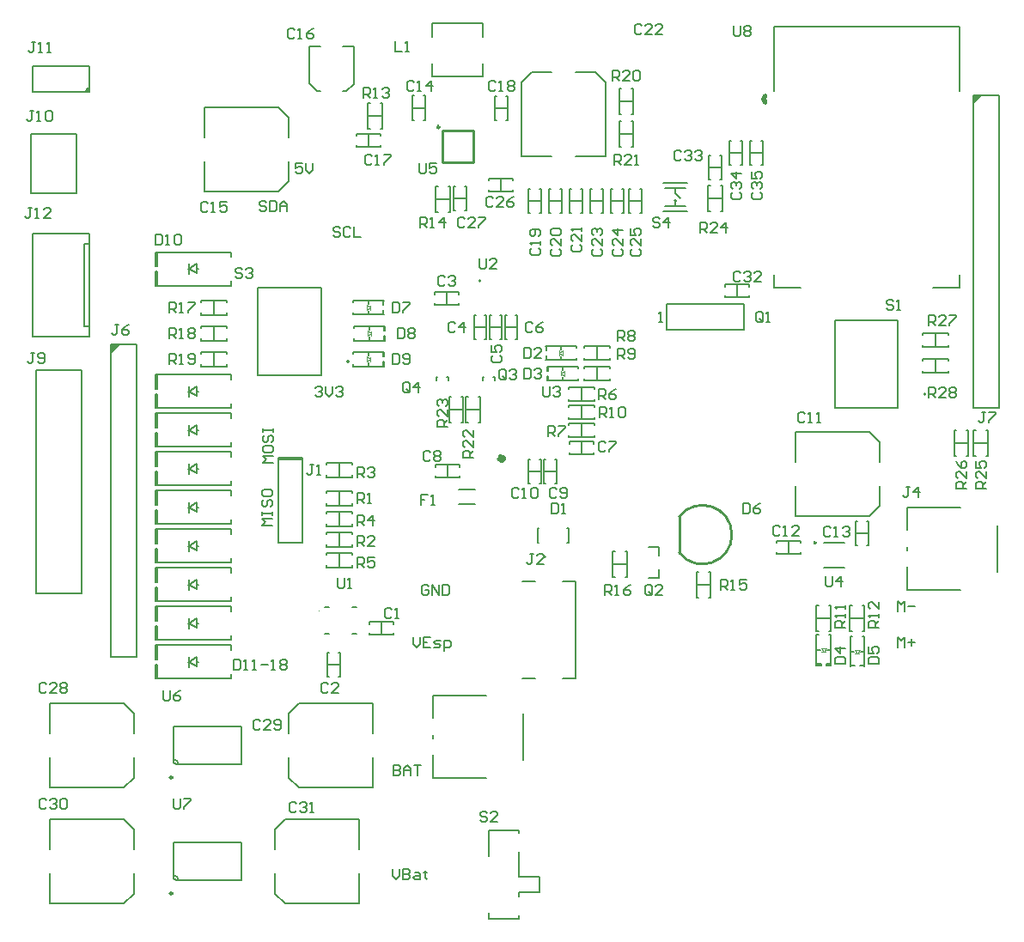
<source format=gto>
G04*
G04 #@! TF.GenerationSoftware,Altium Limited,Altium Designer,20.1.14 (287)*
G04*
G04 Layer_Color=65535*
%FSLAX44Y44*%
%MOMM*%
G71*
G04*
G04 #@! TF.SameCoordinates,BADDABE7-1401-4436-ABD5-2416E089B5D3*
G04*
G04*
G04 #@! TF.FilePolarity,Positive*
G04*
G01*
G75*
%ADD10C,0.5080*%
%ADD11C,0.2000*%
%ADD12C,0.2540*%
%ADD13C,0.6350*%
%ADD14C,0.1000*%
%ADD15C,0.2500*%
%ADD16C,0.1524*%
%ADD17C,0.1500*%
%ADD18C,0.1270*%
%ADD19C,0.2032*%
G36*
X73870Y816416D02*
X70470D01*
Y818116D01*
X72470Y820116D01*
X73870D01*
Y816416D01*
D02*
G37*
G36*
X95650Y567050D02*
Y558050D01*
X104650Y567050D01*
X95650D01*
D02*
G37*
G36*
X945280Y813176D02*
Y804176D01*
X954280Y813176D01*
X945280D01*
D02*
G37*
D10*
X739914Y811762D02*
G03*
X739914Y805969I2475J-2896D01*
G01*
D11*
X898470Y517920D02*
G03*
X898470Y517920I-1000J0D01*
G01*
X523570Y357550D02*
G03*
X523570Y357550I-1000J0D01*
G01*
X652507Y708702D02*
G03*
X652507Y708702I-1000J0D01*
G01*
X329764Y550178D02*
G03*
X329764Y550178I-1000J0D01*
G01*
X161500Y153450D02*
G03*
X157000Y157950I-4500J0D01*
G01*
X73870Y820116D02*
G03*
X70470Y816716I0J-3400D01*
G01*
X161500Y39150D02*
G03*
X157000Y43650I-4500J0D01*
G01*
X459868Y629738D02*
G03*
X459868Y629738I-1000J0D01*
G01*
X179530Y292100D02*
X181530D01*
X171530D02*
X172530D01*
X179530Y288100D02*
Y297100D01*
X172530Y292100D02*
X179530Y297100D01*
X172530Y292100D02*
X179530Y288100D01*
X172530Y287100D02*
Y297100D01*
X139030Y294640D02*
Y308610D01*
X213360D01*
X139030Y294640D02*
X140970D01*
Y308610D01*
Y275590D02*
Y289560D01*
X139030D02*
X140970D01*
X213360Y303850D02*
Y308610D01*
X139030Y275590D02*
Y289560D01*
X213360Y275590D02*
Y280350D01*
X139030Y275590D02*
X213360D01*
X139030Y313690D02*
X213360D01*
Y318450D01*
X139030Y313690D02*
Y327660D01*
X213360Y341950D02*
Y346710D01*
X139030Y327660D02*
X140970D01*
Y313690D02*
Y327660D01*
Y332740D02*
Y346710D01*
X139030Y332740D02*
X140970D01*
X139030Y346710D02*
X213360D01*
X139030Y332740D02*
Y346710D01*
X172530Y325200D02*
Y335200D01*
Y330200D02*
X179530Y326200D01*
X172530Y330200D02*
X179530Y335200D01*
Y326200D02*
Y335200D01*
X171530Y330200D02*
X172530D01*
X179530D02*
X181530D01*
X139030Y351790D02*
X213360D01*
Y356550D01*
X139030Y351790D02*
Y365760D01*
X213360Y380050D02*
Y384810D01*
X139030Y365760D02*
X140970D01*
Y351790D02*
Y365760D01*
Y370840D02*
Y384810D01*
X139030Y370840D02*
X140970D01*
X139030Y384810D02*
X213360D01*
X139030Y370840D02*
Y384810D01*
X172530Y363300D02*
Y373300D01*
Y368300D02*
X179530Y364300D01*
X172530Y368300D02*
X179530Y373300D01*
Y364300D02*
Y373300D01*
X171530Y368300D02*
X172530D01*
X179530D02*
X181530D01*
X139030Y389890D02*
X213360D01*
Y394650D01*
X139030Y389890D02*
Y403860D01*
X213360Y418150D02*
Y422910D01*
X139030Y403860D02*
X140970D01*
Y389890D02*
Y403860D01*
Y408940D02*
Y422910D01*
X139030Y408940D02*
X140970D01*
X139030Y422910D02*
X213360D01*
X139030Y408940D02*
Y422910D01*
X172530Y401400D02*
Y411400D01*
Y406400D02*
X179530Y402400D01*
X172530Y406400D02*
X179530Y411400D01*
Y402400D02*
Y411400D01*
X171530Y406400D02*
X172530D01*
X179530D02*
X181530D01*
X179530Y444500D02*
X181530D01*
X171530D02*
X172530D01*
X179530Y440500D02*
Y449500D01*
X172530Y444500D02*
X179530Y449500D01*
X172530Y444500D02*
X179530Y440500D01*
X172530Y439500D02*
Y449500D01*
X139030Y447040D02*
Y461010D01*
X213360D01*
X139030Y447040D02*
X140970D01*
Y461010D01*
Y427990D02*
Y441960D01*
X139030D02*
X140970D01*
X213360Y456250D02*
Y461010D01*
X139030Y427990D02*
Y441960D01*
X213360Y427990D02*
Y432750D01*
X139030Y427990D02*
X213360D01*
X139030Y466090D02*
X213360D01*
Y470850D01*
X139030Y466090D02*
Y480060D01*
X213360Y494350D02*
Y499110D01*
X139030Y480060D02*
X140970D01*
Y466090D02*
Y480060D01*
Y485140D02*
Y499110D01*
X139030Y485140D02*
X140970D01*
X139030Y499110D02*
X213360D01*
X139030Y485140D02*
Y499110D01*
X172530Y477600D02*
Y487600D01*
Y482600D02*
X179530Y478600D01*
X172530Y482600D02*
X179530Y487600D01*
Y478600D02*
Y487600D01*
X171530Y482600D02*
X172530D01*
X179530D02*
X181530D01*
X139030Y504190D02*
X213360D01*
Y508950D01*
X139030Y504190D02*
Y518160D01*
X213360Y532450D02*
Y537210D01*
X139030Y518160D02*
X140970D01*
Y504190D02*
Y518160D01*
Y523240D02*
Y537210D01*
X139030Y523240D02*
X140970D01*
X139030Y537210D02*
X213360D01*
X139030Y523240D02*
Y537210D01*
X172530Y515700D02*
Y525700D01*
Y520700D02*
X179530Y516700D01*
X172530Y520700D02*
X179530Y525700D01*
Y516700D02*
Y525700D01*
X171530Y520700D02*
X172530D01*
X179530D02*
X181530D01*
X290420Y861200D02*
X301420D01*
X290420Y824200D02*
Y861200D01*
Y824200D02*
X297920Y816700D01*
X301420D01*
X323536Y861003D02*
X334536D01*
Y824003D02*
Y861003D01*
X327036Y816503D02*
X334536Y824003D01*
X323536Y816503D02*
X327036D01*
X770030Y397920D02*
X843030D01*
X770030Y480920D02*
X843030D01*
Y397920D02*
X853030Y407920D01*
X843030Y480920D02*
X853030Y470920D01*
X770030Y397920D02*
Y427420D01*
Y451420D02*
Y480920D01*
X853030Y407920D02*
Y427420D01*
Y451420D02*
Y470920D01*
X426265Y534860D02*
X427640D01*
Y531860D02*
Y534860D01*
X415640Y531860D02*
Y534860D01*
X417015D01*
X540500Y237850D02*
X553300D01*
Y333650D01*
X540500D02*
X553300D01*
X500800Y237850D02*
X513300D01*
X500800Y333650D02*
X513300D01*
X259780Y453540D02*
X283780D01*
X259780Y455540D02*
X283780D01*
X259780Y371540D02*
Y455540D01*
Y371540D02*
X283780D01*
Y455540D01*
X437770Y423810D02*
X453770D01*
X437770Y409310D02*
X453770D01*
X139030Y237490D02*
X213360D01*
Y242250D01*
X139030Y237490D02*
Y251460D01*
X213360Y265750D02*
Y270510D01*
X139030Y251460D02*
X140970D01*
Y237490D02*
Y251460D01*
Y256540D02*
Y270510D01*
X139030Y256540D02*
X140970D01*
X139030Y270510D02*
X213360D01*
X139030Y256540D02*
Y270510D01*
X172530Y249000D02*
Y259000D01*
Y254000D02*
X179530Y250000D01*
X172530Y254000D02*
X179530Y259000D01*
Y250000D02*
Y259000D01*
X171530Y254000D02*
X172530D01*
X179530D02*
X181530D01*
X461360Y534860D02*
X462735D01*
X461360Y531860D02*
Y534860D01*
X473360Y531860D02*
Y534860D01*
X471985D02*
X473360D01*
X651507Y716202D02*
X656257Y710702D01*
X641507Y721202D02*
X661507D01*
X651507Y716202D02*
Y721202D01*
Y703702D02*
Y708702D01*
X641507Y703702D02*
X661507D01*
X639507Y726452D02*
X663508D01*
X639507Y698452D02*
X663508D01*
X625442Y366942D02*
X635236D01*
Y358942D02*
Y366942D01*
X625442Y336942D02*
X635236D01*
Y345084D01*
X467600Y87950D02*
X497600D01*
X467600Y950D02*
X497600D01*
Y26950D02*
X517600D01*
Y41950D01*
X497600D02*
X517600D01*
X467600Y950D02*
Y6450D01*
Y62450D02*
Y87950D01*
X497600Y950D02*
Y3950D01*
Y22450D02*
Y26950D01*
Y41950D02*
Y66450D01*
Y84950D02*
Y87950D01*
X187100Y717960D02*
X260100D01*
X187100Y800960D02*
X260100D01*
Y717960D02*
X270100Y727960D01*
X260100Y800960D02*
X270100Y790960D01*
X187100Y717960D02*
Y747460D01*
Y771460D02*
Y800960D01*
X270100Y727960D02*
Y747460D01*
Y771460D02*
Y790960D01*
X411496Y883394D02*
X461496D01*
X411496Y831394D02*
X461496D01*
X411496Y870394D02*
Y883394D01*
X461496Y870394D02*
Y883394D01*
X411496Y831394D02*
Y844394D01*
X461496Y831394D02*
Y844394D01*
X582582Y752250D02*
Y825250D01*
X499582Y752250D02*
Y825250D01*
X572582Y835250D02*
X582582Y825250D01*
X499582D02*
X509582Y835250D01*
X553082Y752250D02*
X582582D01*
X499582D02*
X529082D01*
X553082Y835250D02*
X572582D01*
X509582D02*
X529082D01*
X157000Y155200D02*
Y189950D01*
Y155200D02*
X159250Y152950D01*
X224000D01*
X161500D02*
Y153450D01*
X224000Y152950D02*
Y189950D01*
X157000D02*
X224000D01*
X661670Y581660D02*
X718860D01*
X642620D02*
Y607060D01*
Y581660D02*
X661670D01*
X718860D02*
Y607060D01*
X642620D02*
X661670D01*
X718860D01*
X17780Y676656D02*
X73660D01*
X17780Y575056D02*
Y676656D01*
Y575056D02*
X73660D01*
X68580Y585216D02*
X73660D01*
X68580D02*
Y666496D01*
X73660D01*
Y575056D02*
Y676656D01*
X16020Y715736D02*
X61020D01*
Y774736D01*
X16020D02*
X61020D01*
X16020Y715736D02*
Y774736D01*
X70470Y816416D02*
Y816716D01*
X73870Y816416D02*
Y841816D01*
X17870D02*
X73870D01*
X17870Y816416D02*
Y841816D01*
Y816416D02*
X73870D01*
X21100Y321950D02*
X66100D01*
Y541950D01*
X21100D02*
X66100D01*
X21100Y321950D02*
Y541950D01*
X95250Y258750D02*
Y566750D01*
Y258750D02*
X120650D01*
Y566750D01*
X95250D02*
X120650D01*
X944880Y504876D02*
Y812876D01*
Y504876D02*
X970280D01*
Y812876D01*
X944880D02*
X970280D01*
X34700Y129950D02*
X107700D01*
X34700Y212950D02*
X107700D01*
Y129950D02*
X117700Y139950D01*
X107700Y212950D02*
X117700Y202950D01*
X34700Y129950D02*
Y159450D01*
Y183450D02*
Y212950D01*
X117700Y139950D02*
Y159450D01*
Y183450D02*
Y202950D01*
X280550Y212950D02*
X353550D01*
X280550Y129950D02*
X353550D01*
X270550Y202950D02*
X280550Y212950D01*
X270550Y139950D02*
X280550Y129950D01*
X353550Y183450D02*
Y212950D01*
Y129950D02*
Y159450D01*
X270550Y183450D02*
Y202950D01*
Y139950D02*
Y159450D01*
X157000Y40900D02*
Y75650D01*
Y40900D02*
X159250Y38650D01*
X224000D01*
X161500D02*
Y39150D01*
X224000Y38650D02*
Y75650D01*
X157000D02*
X224000D01*
X266950Y98650D02*
X339950D01*
X266950Y15650D02*
X339950D01*
X256950Y88650D02*
X266950Y98650D01*
X256950Y25650D02*
X266950Y15650D01*
X339950Y69150D02*
Y98650D01*
Y15650D02*
Y45150D01*
X256950Y69150D02*
Y88650D01*
Y25650D02*
Y45150D01*
X34700Y15650D02*
X107700D01*
X34700Y98650D02*
X107700D01*
Y15650D02*
X117700Y25650D01*
X107700Y98650D02*
X117700Y88650D01*
X34700Y15650D02*
Y45150D01*
Y69150D02*
Y98650D01*
X117700Y25650D02*
Y45150D01*
Y69150D02*
Y88650D01*
X139030Y624840D02*
X213360D01*
Y629600D01*
X139030Y624840D02*
Y638810D01*
X213360Y653100D02*
Y657860D01*
X139030Y638810D02*
X140970D01*
Y624840D02*
Y638810D01*
Y643890D02*
Y657860D01*
X139030Y643890D02*
X140970D01*
X139030Y657860D02*
X213360D01*
X139030Y643890D02*
Y657860D01*
X172530Y636350D02*
Y646350D01*
Y641350D02*
X179530Y637350D01*
X172530Y641350D02*
X179530Y646350D01*
Y637350D02*
Y646350D01*
X171530Y641350D02*
X172530D01*
X179530D02*
X181530D01*
D12*
X789677Y371656D02*
G03*
X789677Y371656I-707J0D01*
G01*
X655276Y361662D02*
G03*
X655276Y397290I22904J17814D01*
G01*
X419226Y781264D02*
G03*
X419226Y781264I-1270J0D01*
G01*
X655320Y361696D02*
Y397256D01*
X452506Y746714D02*
Y777714D01*
X421506Y746714D02*
X452506D01*
X421506Y777714D02*
X452506D01*
X421506Y746714D02*
Y777714D01*
D13*
X481330Y454660D02*
G03*
X481330Y454660I-1270J0D01*
G01*
D14*
X300810Y304640D02*
G03*
X300810Y304640I-500J0D01*
G01*
X536793Y558722D02*
X540294Y556222D01*
Y558722D01*
X536793Y556472D02*
Y558722D01*
Y560972D01*
X540294Y558722D02*
Y561222D01*
X536793Y558722D02*
X540294Y561222D01*
X538480Y538480D02*
X541980Y540980D01*
Y538480D02*
Y540980D01*
X538480Y538480D02*
Y540730D01*
Y536230D02*
Y538480D01*
X541980Y535980D02*
Y538480D01*
X538480D02*
X541980Y535980D01*
X348290Y575350D02*
X351790Y577850D01*
X348290Y575350D02*
Y577850D01*
X351790Y575600D02*
Y577850D01*
Y580100D01*
X348290Y577850D02*
Y580350D01*
X351790Y577850D01*
X347436Y605828D02*
X350937Y603328D01*
X347436D02*
Y605828D01*
X350937Y603328D02*
Y605578D01*
Y601078D02*
Y603328D01*
X347436Y600828D02*
Y603328D01*
Y600828D02*
X350937Y603328D01*
X347500Y549950D02*
X351000Y552450D01*
X347500Y549950D02*
Y552450D01*
X351000Y550200D02*
Y552450D01*
Y554700D01*
X347500Y552450D02*
Y554950D01*
X351000Y552450D01*
X797560Y264160D02*
X800060Y267660D01*
X797560D02*
X800060D01*
X797560Y264160D02*
X799810D01*
X795310D02*
X797560D01*
X795060Y267660D02*
X797560D01*
X795060D02*
X797560Y264160D01*
X828158Y265973D02*
X830658Y262473D01*
X828158Y265973D02*
X830658D01*
X828408Y262473D02*
X830658D01*
X832908D01*
X830658Y265973D02*
X833158D01*
X830658Y262473D02*
X833158Y265973D01*
D15*
X155750Y139950D02*
G03*
X155750Y139950I-1250J0D01*
G01*
Y25650D02*
G03*
X155750Y25650I-1250J0D01*
G01*
D16*
X748740Y623051D02*
X775130D01*
X931366D02*
Y635993D01*
X748740Y880607D02*
X931366D01*
X748740Y816638D02*
Y880607D01*
Y623051D02*
Y635993D01*
X931366Y816638D02*
Y880607D01*
X904975Y623051D02*
X931366D01*
X412877Y178620D02*
Y182060D01*
Y139573D02*
Y162060D01*
Y139573D02*
X464802D01*
X412877Y198620D02*
Y221107D01*
X464802D01*
X501523Y157660D02*
Y203020D01*
X880237Y364040D02*
Y367480D01*
Y324993D02*
Y347480D01*
Y324993D02*
X932162D01*
X880237Y384040D02*
Y406527D01*
X932162D01*
X968883Y343080D02*
Y388440D01*
X709086Y881378D02*
Y872914D01*
X710779Y871222D01*
X714164D01*
X715857Y872914D01*
Y881378D01*
X719243Y879686D02*
X720936Y881378D01*
X724321D01*
X726014Y879686D01*
Y877993D01*
X724321Y876300D01*
X726014Y874607D01*
Y872914D01*
X724321Y871222D01*
X720936D01*
X719243Y872914D01*
Y874607D01*
X720936Y876300D01*
X719243Y877993D01*
Y879686D01*
X720936Y876300D02*
X724321D01*
X534247Y423856D02*
X532554Y425548D01*
X529169D01*
X527476Y423856D01*
Y417084D01*
X529169Y415392D01*
X532554D01*
X534247Y417084D01*
X537633D02*
X539326Y415392D01*
X542711D01*
X544404Y417084D01*
Y423856D01*
X542711Y425548D01*
X539326D01*
X537633Y423856D01*
Y422163D01*
X539326Y420470D01*
X544404D01*
X215900Y256537D02*
Y246380D01*
X220978D01*
X222671Y248073D01*
Y254844D01*
X220978Y256537D01*
X215900D01*
X226057Y246380D02*
X229442D01*
X227750D01*
Y256537D01*
X226057Y254844D01*
X234521Y246380D02*
X237906D01*
X236213D01*
Y256537D01*
X234521Y254844D01*
X242985Y251458D02*
X249756D01*
X253141Y246380D02*
X256527D01*
X254834D01*
Y256537D01*
X253141Y254844D01*
X261605D02*
X263298Y256537D01*
X266684D01*
X268376Y254844D01*
Y253151D01*
X266684Y251458D01*
X268376Y249766D01*
Y248073D01*
X266684Y246380D01*
X263298D01*
X261605Y248073D01*
Y249766D01*
X263298Y251458D01*
X261605Y253151D01*
Y254844D01*
X263298Y251458D02*
X266684D01*
X900858Y514352D02*
Y524508D01*
X905936D01*
X907629Y522816D01*
Y519430D01*
X905936Y517737D01*
X900858D01*
X904243D02*
X907629Y514352D01*
X917786D02*
X911014D01*
X917786Y521123D01*
Y522816D01*
X916093Y524508D01*
X912707D01*
X911014Y522816D01*
X921171D02*
X922864Y524508D01*
X926249D01*
X927942Y522816D01*
Y521123D01*
X926249Y519430D01*
X927942Y517737D01*
Y516044D01*
X926249Y514352D01*
X922864D01*
X921171Y516044D01*
Y517737D01*
X922864Y519430D01*
X921171Y521123D01*
Y522816D01*
X922864Y519430D02*
X926249D01*
X870376Y303532D02*
Y313688D01*
X873762Y310303D01*
X877147Y313688D01*
Y303532D01*
X880533Y308610D02*
X887304D01*
X870376Y267972D02*
Y278128D01*
X873762Y274743D01*
X877147Y278128D01*
Y267972D01*
X880533Y273050D02*
X887304D01*
X883918Y276436D02*
Y269664D01*
X139446Y675891D02*
Y665734D01*
X144524D01*
X146217Y667427D01*
Y674198D01*
X144524Y675891D01*
X139446D01*
X149603Y665734D02*
X152988D01*
X151295D01*
Y675891D01*
X149603Y674198D01*
X158067D02*
X159759Y675891D01*
X163145D01*
X164838Y674198D01*
Y667427D01*
X163145Y665734D01*
X159759D01*
X158067Y667427D01*
Y674198D01*
X156636Y119378D02*
Y110914D01*
X158329Y109222D01*
X161714D01*
X163407Y110914D01*
Y119378D01*
X166793D02*
X173564D01*
Y117686D01*
X166793Y110914D01*
Y109222D01*
X146476Y226058D02*
Y217594D01*
X148169Y215902D01*
X151554D01*
X153247Y217594D01*
Y226058D01*
X163404D02*
X160018Y224366D01*
X156633Y220980D01*
Y217594D01*
X158326Y215902D01*
X161711D01*
X163404Y217594D01*
Y219287D01*
X161711Y220980D01*
X156633D01*
X398822Y745742D02*
Y737278D01*
X400515Y735586D01*
X403900D01*
X405593Y737278D01*
Y745742D01*
X415750D02*
X408979D01*
Y740664D01*
X412364Y742357D01*
X414057D01*
X415750Y740664D01*
Y737278D01*
X414057Y735586D01*
X410671D01*
X408979Y737278D01*
X799256Y338414D02*
Y329950D01*
X800949Y328258D01*
X804334D01*
X806027Y329950D01*
Y338414D01*
X814491Y328258D02*
Y338414D01*
X809413Y333336D01*
X816184D01*
X521126Y525778D02*
Y517314D01*
X522819Y515622D01*
X526204D01*
X527897Y517314D01*
Y525778D01*
X531283Y524086D02*
X532976Y525778D01*
X536361D01*
X538054Y524086D01*
Y522393D01*
X536361Y520700D01*
X534668D01*
X536361D01*
X538054Y519007D01*
Y517314D01*
X536361Y515622D01*
X532976D01*
X531283Y517314D01*
X458470Y651761D02*
Y643297D01*
X460163Y641604D01*
X463548D01*
X465241Y643297D01*
Y651761D01*
X475398Y641604D02*
X468627D01*
X475398Y648375D01*
Y650068D01*
X473705Y651761D01*
X470320D01*
X468627Y650068D01*
X318349Y336548D02*
Y328084D01*
X320042Y326392D01*
X323427D01*
X325120Y328084D01*
Y336548D01*
X328506Y326392D02*
X331891D01*
X330198D01*
Y336548D01*
X328506Y334856D01*
X284057Y745488D02*
X277286D01*
Y740410D01*
X280672Y742103D01*
X282364D01*
X284057Y740410D01*
Y737024D01*
X282364Y735332D01*
X278979D01*
X277286Y737024D01*
X287443Y745488D02*
Y738717D01*
X290828Y735332D01*
X294214Y738717D01*
Y745488D01*
X296338Y524086D02*
X298030Y525778D01*
X301416D01*
X303109Y524086D01*
Y522393D01*
X301416Y520700D01*
X299723D01*
X301416D01*
X303109Y519007D01*
Y517314D01*
X301416Y515622D01*
X298030D01*
X296338Y517314D01*
X306494Y525778D02*
Y519007D01*
X309880Y515622D01*
X313266Y519007D01*
Y525778D01*
X316651Y524086D02*
X318344Y525778D01*
X321730D01*
X323422Y524086D01*
Y522393D01*
X321730Y520700D01*
X320037D01*
X321730D01*
X323422Y519007D01*
Y517314D01*
X321730Y515622D01*
X318344D01*
X316651Y517314D01*
X392859Y278551D02*
Y271780D01*
X396245Y268394D01*
X399631Y271780D01*
Y278551D01*
X409787D02*
X403016D01*
Y268394D01*
X409787D01*
X403016Y273473D02*
X406402D01*
X413173Y268394D02*
X418251D01*
X419944Y270087D01*
X418251Y271780D01*
X414866D01*
X413173Y273473D01*
X414866Y275166D01*
X419944D01*
X423330Y265009D02*
Y275166D01*
X428408D01*
X430101Y273473D01*
Y270087D01*
X428408Y268394D01*
X423330D01*
X372962Y49528D02*
Y42757D01*
X376348Y39372D01*
X379733Y42757D01*
Y49528D01*
X383119D02*
Y39372D01*
X388197D01*
X389890Y41064D01*
Y42757D01*
X388197Y44450D01*
X383119D01*
X388197D01*
X389890Y46143D01*
Y47836D01*
X388197Y49528D01*
X383119D01*
X394968Y46143D02*
X398354D01*
X400047Y44450D01*
Y39372D01*
X394968D01*
X393276Y41064D01*
X394968Y42757D01*
X400047D01*
X405125Y47836D02*
Y46143D01*
X403432D01*
X406818D01*
X405125D01*
Y41064D01*
X406818Y39372D01*
X408519Y328506D02*
X406826Y330198D01*
X403441D01*
X401748Y328506D01*
Y321734D01*
X403441Y320042D01*
X406826D01*
X408519Y321734D01*
Y325120D01*
X405133D01*
X411904Y320042D02*
Y330198D01*
X418676Y320042D01*
Y330198D01*
X422061D02*
Y320042D01*
X427140D01*
X428832Y321734D01*
Y328506D01*
X427140Y330198D01*
X422061D01*
X253998Y388626D02*
X243842D01*
X247227Y392011D01*
X243842Y395397D01*
X253998D01*
X243842Y398783D02*
Y402168D01*
Y400475D01*
X253998D01*
Y398783D01*
Y402168D01*
X245534Y414018D02*
X243842Y412325D01*
Y408939D01*
X245534Y407246D01*
X247227D01*
X248920Y408939D01*
Y412325D01*
X250613Y414018D01*
X252306D01*
X253998Y412325D01*
Y408939D01*
X252306Y407246D01*
X243842Y422481D02*
Y419096D01*
X245534Y417403D01*
X252306D01*
X253998Y419096D01*
Y422481D01*
X252306Y424174D01*
X245534D01*
X243842Y422481D01*
X255268Y450432D02*
X245112D01*
X248497Y453818D01*
X245112Y457203D01*
X255268D01*
X245112Y465667D02*
Y462282D01*
X246804Y460589D01*
X253576D01*
X255268Y462282D01*
Y465667D01*
X253576Y467360D01*
X246804D01*
X245112Y465667D01*
X246804Y477517D02*
X245112Y475824D01*
Y472438D01*
X246804Y470746D01*
X248497D01*
X250190Y472438D01*
Y475824D01*
X251883Y477517D01*
X253576D01*
X255268Y475824D01*
Y472438D01*
X253576Y470746D01*
X245112Y480902D02*
Y484288D01*
Y482595D01*
X255268D01*
Y480902D01*
Y484288D01*
X320889Y681566D02*
X319196Y683258D01*
X315811D01*
X314118Y681566D01*
Y679873D01*
X315811Y678180D01*
X319196D01*
X320889Y676487D01*
Y674794D01*
X319196Y673102D01*
X315811D01*
X314118Y674794D01*
X331046Y681566D02*
X329353Y683258D01*
X325967D01*
X324274Y681566D01*
Y674794D01*
X325967Y673102D01*
X329353D01*
X331046Y674794D01*
X334431Y683258D02*
Y673102D01*
X341202D01*
X248499Y706966D02*
X246806Y708658D01*
X243421D01*
X241728Y706966D01*
Y705273D01*
X243421Y703580D01*
X246806D01*
X248499Y701887D01*
Y700194D01*
X246806Y698502D01*
X243421D01*
X241728Y700194D01*
X251884Y708658D02*
Y698502D01*
X256963D01*
X258656Y700194D01*
Y706966D01*
X256963Y708658D01*
X251884D01*
X262041Y698502D02*
Y705273D01*
X265427Y708658D01*
X268812Y705273D01*
Y698502D01*
Y703580D01*
X262041D01*
X635847Y690456D02*
X634154Y692148D01*
X630769D01*
X629076Y690456D01*
Y688763D01*
X630769Y687070D01*
X634154D01*
X635847Y685377D01*
Y683684D01*
X634154Y681992D01*
X630769D01*
X629076Y683684D01*
X644311Y681992D02*
Y692148D01*
X639233Y687070D01*
X646004D01*
X224703Y640670D02*
X223010Y642363D01*
X219625D01*
X217932Y640670D01*
Y638977D01*
X219625Y637284D01*
X223010D01*
X224703Y635592D01*
Y633899D01*
X223010Y632206D01*
X219625D01*
X217932Y633899D01*
X228089Y640670D02*
X229781Y642363D01*
X233167D01*
X234860Y640670D01*
Y638977D01*
X233167Y637284D01*
X231474D01*
X233167D01*
X234860Y635592D01*
Y633899D01*
X233167Y632206D01*
X229781D01*
X228089Y633899D01*
X465667Y105240D02*
X463974Y106932D01*
X460589D01*
X458896Y105240D01*
Y103547D01*
X460589Y101854D01*
X463974D01*
X465667Y100161D01*
Y98468D01*
X463974Y96776D01*
X460589D01*
X458896Y98468D01*
X475824Y96776D02*
X469053D01*
X475824Y103547D01*
Y105240D01*
X474131Y106932D01*
X470746D01*
X469053Y105240D01*
X866140Y609176D02*
X864447Y610868D01*
X861062D01*
X859369Y609176D01*
Y607483D01*
X861062Y605790D01*
X864447D01*
X866140Y604097D01*
Y602404D01*
X864447Y600712D01*
X861062D01*
X859369Y602404D01*
X869526Y600712D02*
X872911D01*
X871218D01*
Y610868D01*
X869526Y609176D01*
X900858Y585472D02*
Y595628D01*
X905936D01*
X907629Y593936D01*
Y590550D01*
X905936Y588857D01*
X900858D01*
X904243D02*
X907629Y585472D01*
X917786D02*
X911014D01*
X917786Y592243D01*
Y593936D01*
X916093Y595628D01*
X912707D01*
X911014Y593936D01*
X921171Y595628D02*
X927942D01*
Y593936D01*
X921171Y587164D01*
Y585472D01*
X938528Y424608D02*
X928372D01*
Y429686D01*
X930064Y431379D01*
X933450D01*
X935143Y429686D01*
Y424608D01*
Y427993D02*
X938528Y431379D01*
Y441536D02*
Y434765D01*
X931757Y441536D01*
X930064D01*
X928372Y439843D01*
Y436457D01*
X930064Y434765D01*
X928372Y451692D02*
X930064Y448307D01*
X933450Y444921D01*
X936835D01*
X938528Y446614D01*
Y450000D01*
X936835Y451692D01*
X935143D01*
X933450Y450000D01*
Y444921D01*
X957578Y424608D02*
X947422D01*
Y429686D01*
X949114Y431379D01*
X952500D01*
X954193Y429686D01*
Y424608D01*
Y427993D02*
X957578Y431379D01*
Y441536D02*
Y434765D01*
X950807Y441536D01*
X949114D01*
X947422Y439843D01*
Y436457D01*
X949114Y434765D01*
X947422Y451692D02*
Y444921D01*
X952500D01*
X950807Y448307D01*
Y450000D01*
X952500Y451692D01*
X955885D01*
X957578Y450000D01*
Y446614D01*
X955885Y444921D01*
X676068Y676912D02*
Y687068D01*
X681146D01*
X682839Y685376D01*
Y681990D01*
X681146Y680297D01*
X676068D01*
X679453D02*
X682839Y676912D01*
X692996D02*
X686224D01*
X692996Y683683D01*
Y685376D01*
X691303Y687068D01*
X687917D01*
X686224Y685376D01*
X701460Y676912D02*
Y687068D01*
X696381Y681990D01*
X703152D01*
X426718Y485568D02*
X416562D01*
Y490646D01*
X418254Y492339D01*
X421640D01*
X423333Y490646D01*
Y485568D01*
Y488953D02*
X426718Y492339D01*
Y502496D02*
Y495724D01*
X419947Y502496D01*
X418254D01*
X416562Y500803D01*
Y497417D01*
X418254Y495724D01*
Y505881D02*
X416562Y507574D01*
Y510960D01*
X418254Y512652D01*
X419947D01*
X421640Y510960D01*
Y509267D01*
Y510960D01*
X423333Y512652D01*
X425026D01*
X426718Y510960D01*
Y507574D01*
X425026Y505881D01*
X452118Y455088D02*
X441962D01*
Y460166D01*
X443654Y461859D01*
X447040D01*
X448733Y460166D01*
Y455088D01*
Y458473D02*
X452118Y461859D01*
Y472016D02*
Y465244D01*
X445347Y472016D01*
X443654D01*
X441962Y470323D01*
Y466937D01*
X443654Y465244D01*
X452118Y482172D02*
Y475401D01*
X445347Y482172D01*
X443654D01*
X441962Y480480D01*
Y477094D01*
X443654Y475401D01*
X591400Y744072D02*
Y754228D01*
X596479D01*
X598172Y752536D01*
Y749150D01*
X596479Y747457D01*
X591400D01*
X594786D02*
X598172Y744072D01*
X608328D02*
X601557D01*
X608328Y750843D01*
Y752536D01*
X606636Y754228D01*
X603250D01*
X601557Y752536D01*
X611714Y744072D02*
X615099D01*
X613407D01*
Y754228D01*
X611714Y752536D01*
X589708Y826622D02*
Y836778D01*
X594786D01*
X596479Y835086D01*
Y831700D01*
X594786Y830007D01*
X589708D01*
X593093D02*
X596479Y826622D01*
X606636D02*
X599864D01*
X606636Y833393D01*
Y835086D01*
X604943Y836778D01*
X601557D01*
X599864Y835086D01*
X610021D02*
X611714Y836778D01*
X615099D01*
X616792Y835086D01*
Y828314D01*
X615099Y826622D01*
X611714D01*
X610021Y828314D01*
Y835086D01*
X152404Y547372D02*
Y557528D01*
X157483D01*
X159175Y555836D01*
Y552450D01*
X157483Y550757D01*
X152404D01*
X155790D02*
X159175Y547372D01*
X162561D02*
X165946D01*
X164254D01*
Y557528D01*
X162561Y555836D01*
X171025Y549064D02*
X172718Y547372D01*
X176103D01*
X177796Y549064D01*
Y555836D01*
X176103Y557528D01*
X172718D01*
X171025Y555836D01*
Y554143D01*
X172718Y552450D01*
X177796D01*
X152404Y572772D02*
Y582928D01*
X157483D01*
X159175Y581236D01*
Y577850D01*
X157483Y576157D01*
X152404D01*
X155790D02*
X159175Y572772D01*
X162561D02*
X165946D01*
X164254D01*
Y582928D01*
X162561Y581236D01*
X171025D02*
X172718Y582928D01*
X176103D01*
X177796Y581236D01*
Y579543D01*
X176103Y577850D01*
X177796Y576157D01*
Y574464D01*
X176103Y572772D01*
X172718D01*
X171025Y574464D01*
Y576157D01*
X172718Y577850D01*
X171025Y579543D01*
Y581236D01*
X172718Y577850D02*
X176103D01*
X152404Y598172D02*
Y608328D01*
X157483D01*
X159175Y606636D01*
Y603250D01*
X157483Y601557D01*
X152404D01*
X155790D02*
X159175Y598172D01*
X162561D02*
X165946D01*
X164254D01*
Y608328D01*
X162561Y606636D01*
X171025Y608328D02*
X177796D01*
Y606636D01*
X171025Y599864D01*
Y598172D01*
X581664Y320042D02*
Y330198D01*
X586743D01*
X588435Y328506D01*
Y325120D01*
X586743Y323427D01*
X581664D01*
X585050D02*
X588435Y320042D01*
X591821D02*
X595206D01*
X593514D01*
Y330198D01*
X591821Y328506D01*
X607056Y330198D02*
X603670Y328506D01*
X600285Y325120D01*
Y321734D01*
X601978Y320042D01*
X605363D01*
X607056Y321734D01*
Y323427D01*
X605363Y325120D01*
X600285D01*
X695964Y325122D02*
Y335278D01*
X701042D01*
X702735Y333586D01*
Y330200D01*
X701042Y328507D01*
X695964D01*
X699350D02*
X702735Y325122D01*
X706121D02*
X709506D01*
X707814D01*
Y335278D01*
X706121Y333586D01*
X721356Y335278D02*
X714585D01*
Y330200D01*
X717970Y331893D01*
X719663D01*
X721356Y330200D01*
Y326814D01*
X719663Y325122D01*
X716278D01*
X714585Y326814D01*
X400054Y681992D02*
Y692148D01*
X405132D01*
X406825Y690456D01*
Y687070D01*
X405132Y685377D01*
X400054D01*
X403440D02*
X406825Y681992D01*
X410211D02*
X413596D01*
X411904D01*
Y692148D01*
X410211Y690456D01*
X423753Y681992D02*
Y692148D01*
X418675Y687070D01*
X425446D01*
X344174Y810262D02*
Y820418D01*
X349253D01*
X350945Y818726D01*
Y815340D01*
X349253Y813647D01*
X344174D01*
X347560D02*
X350945Y810262D01*
X354331D02*
X357716D01*
X356024D01*
Y820418D01*
X354331Y818726D01*
X362795D02*
X364488Y820418D01*
X367873D01*
X369566Y818726D01*
Y817033D01*
X367873Y815340D01*
X366180D01*
X367873D01*
X369566Y813647D01*
Y811954D01*
X367873Y810262D01*
X364488D01*
X362795Y811954D01*
X852168Y287785D02*
X842012D01*
Y292864D01*
X843704Y294557D01*
X847090D01*
X848783Y292864D01*
Y287785D01*
Y291171D02*
X852168Y294557D01*
Y297942D02*
Y301328D01*
Y299635D01*
X842012D01*
X843704Y297942D01*
X852168Y313177D02*
Y306406D01*
X845397Y313177D01*
X843704D01*
X842012Y311485D01*
Y308099D01*
X843704Y306406D01*
X819148Y287447D02*
X808992D01*
Y292525D01*
X810684Y294218D01*
X814070D01*
X815763Y292525D01*
Y287447D01*
Y290833D02*
X819148Y294218D01*
Y297604D02*
Y300989D01*
Y299296D01*
X808992D01*
X810684Y297604D01*
X819148Y306068D02*
Y309453D01*
Y307760D01*
X808992D01*
X810684Y306068D01*
X576584Y495302D02*
Y505458D01*
X581662D01*
X583355Y503766D01*
Y500380D01*
X581662Y498687D01*
X576584D01*
X579970D02*
X583355Y495302D01*
X586741D02*
X590126D01*
X588434D01*
Y505458D01*
X586741Y503766D01*
X595205D02*
X596898Y505458D01*
X600283D01*
X601976Y503766D01*
Y496994D01*
X600283Y495302D01*
X596898D01*
X595205Y496994D01*
Y503766D01*
X594786Y552452D02*
Y562608D01*
X599864D01*
X601557Y560916D01*
Y557530D01*
X599864Y555837D01*
X594786D01*
X598172D02*
X601557Y552452D01*
X604943Y554144D02*
X606636Y552452D01*
X610021D01*
X611714Y554144D01*
Y560916D01*
X610021Y562608D01*
X606636D01*
X604943Y560916D01*
Y559223D01*
X606636Y557530D01*
X611714D01*
X594934Y570379D02*
Y580536D01*
X600012D01*
X601705Y578843D01*
Y575457D01*
X600012Y573765D01*
X594934D01*
X598319D02*
X601705Y570379D01*
X605090Y578843D02*
X606783Y580536D01*
X610169D01*
X611861Y578843D01*
Y577150D01*
X610169Y575457D01*
X611861Y573765D01*
Y572072D01*
X610169Y570379D01*
X606783D01*
X605090Y572072D01*
Y573765D01*
X606783Y575457D01*
X605090Y577150D01*
Y578843D01*
X606783Y575457D02*
X610169D01*
X526206Y476252D02*
Y486408D01*
X531284D01*
X532977Y484716D01*
Y481330D01*
X531284Y479637D01*
X526206D01*
X529592D02*
X532977Y476252D01*
X536363Y486408D02*
X543134D01*
Y484716D01*
X536363Y477944D01*
Y476252D01*
X575738Y513082D02*
Y523238D01*
X580816D01*
X582509Y521546D01*
Y518160D01*
X580816Y516467D01*
X575738D01*
X579123D02*
X582509Y513082D01*
X592666Y523238D02*
X589280Y521546D01*
X585895Y518160D01*
Y514774D01*
X587587Y513082D01*
X590973D01*
X592666Y514774D01*
Y516467D01*
X590973Y518160D01*
X585895D01*
X338246Y346712D02*
Y356868D01*
X343324D01*
X345017Y355176D01*
Y351790D01*
X343324Y350097D01*
X338246D01*
X341632D02*
X345017Y346712D01*
X355174Y356868D02*
X348403D01*
Y351790D01*
X351788Y353483D01*
X353481D01*
X355174Y351790D01*
Y348404D01*
X353481Y346712D01*
X350096D01*
X348403Y348404D01*
X338246Y388368D02*
Y398524D01*
X343324D01*
X345017Y396832D01*
Y393446D01*
X343324Y391753D01*
X338246D01*
X341632D02*
X345017Y388368D01*
X353481D02*
Y398524D01*
X348403Y393446D01*
X355174D01*
X338246Y435612D02*
Y445768D01*
X343324D01*
X345017Y444076D01*
Y440690D01*
X343324Y438997D01*
X338246D01*
X341632D02*
X345017Y435612D01*
X348403Y444076D02*
X350096Y445768D01*
X353481D01*
X355174Y444076D01*
Y442383D01*
X353481Y440690D01*
X351788D01*
X353481D01*
X355174Y438997D01*
Y437304D01*
X353481Y435612D01*
X350096D01*
X348403Y437304D01*
X338246Y368302D02*
Y378458D01*
X343324D01*
X345017Y376766D01*
Y373380D01*
X343324Y371687D01*
X338246D01*
X341632D02*
X345017Y368302D01*
X355174D02*
X348403D01*
X355174Y375073D01*
Y376766D01*
X353481Y378458D01*
X350096D01*
X348403Y376766D01*
X337907Y410212D02*
Y420368D01*
X342986D01*
X344679Y418676D01*
Y415290D01*
X342986Y413597D01*
X337907D01*
X341293D02*
X344679Y410212D01*
X348064D02*
X351450D01*
X349757D01*
Y420368D01*
X348064Y418676D01*
X389467Y521124D02*
Y527896D01*
X387774Y529588D01*
X384389D01*
X382696Y527896D01*
Y521124D01*
X384389Y519432D01*
X387774D01*
X386082Y522817D02*
X389467Y519432D01*
X387774D02*
X389467Y521124D01*
X397931Y519432D02*
Y529588D01*
X392853Y524510D01*
X399624D01*
X484717Y533824D02*
Y540596D01*
X483024Y542288D01*
X479639D01*
X477946Y540596D01*
Y533824D01*
X479639Y532132D01*
X483024D01*
X481332Y535517D02*
X484717Y532132D01*
X483024D02*
X484717Y533824D01*
X488103Y540596D02*
X489796Y542288D01*
X493181D01*
X494874Y540596D01*
Y538903D01*
X493181Y537210D01*
X491488D01*
X493181D01*
X494874Y535517D01*
Y533824D01*
X493181Y532132D01*
X489796D01*
X488103Y533824D01*
X628227Y321734D02*
Y328506D01*
X626534Y330198D01*
X623149D01*
X621456Y328506D01*
Y321734D01*
X623149Y320042D01*
X626534D01*
X624842Y323427D02*
X628227Y320042D01*
X626534D02*
X628227Y321734D01*
X638384Y320042D02*
X631613D01*
X638384Y326813D01*
Y328506D01*
X636691Y330198D01*
X633306D01*
X631613Y328506D01*
X737870Y590974D02*
Y597746D01*
X736177Y599438D01*
X732792D01*
X731099Y597746D01*
Y590974D01*
X732792Y589282D01*
X736177D01*
X734484Y592667D02*
X737870Y589282D01*
X736177D02*
X737870Y590974D01*
X741256Y589282D02*
X744641D01*
X742948D01*
Y599438D01*
X741256Y597746D01*
X375499Y865630D02*
Y855474D01*
X382270D01*
X385656D02*
X389041D01*
X387348D01*
Y865630D01*
X385656Y863938D01*
X17439Y702053D02*
X14054D01*
X15746D01*
Y693589D01*
X14054Y691896D01*
X12361D01*
X10668Y693589D01*
X20825Y691896D02*
X24210D01*
X22517D01*
Y702053D01*
X20825Y700360D01*
X36060Y691896D02*
X29289D01*
X36060Y698667D01*
Y700360D01*
X34367Y702053D01*
X30981D01*
X29289Y700360D01*
X20233Y864867D02*
X16848D01*
X18540D01*
Y856403D01*
X16848Y854710D01*
X15155D01*
X13462Y856403D01*
X23619Y854710D02*
X27004D01*
X25312D01*
Y864867D01*
X23619Y863174D01*
X32083Y854710D02*
X35468D01*
X33775D01*
Y864867D01*
X32083Y863174D01*
X19217Y797049D02*
X15832D01*
X17524D01*
Y788585D01*
X15832Y786892D01*
X14139D01*
X12446Y788585D01*
X22603Y786892D02*
X25988D01*
X24295D01*
Y797049D01*
X22603Y795356D01*
X31067D02*
X32759Y797049D01*
X36145D01*
X37838Y795356D01*
Y788585D01*
X36145Y786892D01*
X32759D01*
X31067Y788585D01*
Y795356D01*
X19640Y558798D02*
X16254D01*
X17947D01*
Y550334D01*
X16254Y548642D01*
X14562D01*
X12869Y550334D01*
X23026D02*
X24718Y548642D01*
X28104D01*
X29797Y550334D01*
Y557106D01*
X28104Y558798D01*
X24718D01*
X23026Y557106D01*
Y555413D01*
X24718Y553720D01*
X29797D01*
X957157Y500378D02*
X953772D01*
X955464D01*
Y491914D01*
X953772Y490222D01*
X952079D01*
X950386Y491914D01*
X960543Y500378D02*
X967314D01*
Y498686D01*
X960543Y491914D01*
Y490222D01*
X102447Y586738D02*
X99062D01*
X100754D01*
Y578274D01*
X99062Y576582D01*
X97369D01*
X95676Y578274D01*
X112604Y586738D02*
X109218Y585046D01*
X105833Y581660D01*
Y578274D01*
X107526Y576582D01*
X110911D01*
X112604Y578274D01*
Y579967D01*
X110911Y581660D01*
X105833D01*
X373808Y152398D02*
Y142242D01*
X378886D01*
X380579Y143934D01*
Y145627D01*
X378886Y147320D01*
X373808D01*
X378886D01*
X380579Y149013D01*
Y150706D01*
X378886Y152398D01*
X373808D01*
X383964Y142242D02*
Y149013D01*
X387350Y152398D01*
X390736Y149013D01*
Y142242D01*
Y147320D01*
X383964D01*
X394121Y152398D02*
X400892D01*
X397507D01*
Y142242D01*
X882563Y426717D02*
X879178D01*
X880870D01*
Y418253D01*
X879178Y416560D01*
X877485D01*
X875792Y418253D01*
X891027Y416560D02*
Y426717D01*
X885949Y421638D01*
X892720D01*
X511387Y360678D02*
X508002D01*
X509694D01*
Y352214D01*
X508002Y350522D01*
X506309D01*
X504616Y352214D01*
X521544Y350522D02*
X514773D01*
X521544Y357293D01*
Y358986D01*
X519851Y360678D01*
X516466D01*
X514773Y358986D01*
X294640Y448308D02*
X291254D01*
X292947D01*
Y439844D01*
X291254Y438152D01*
X289562D01*
X287869Y439844D01*
X298026Y438152D02*
X301411D01*
X299718D01*
Y448308D01*
X298026Y446616D01*
X407670Y419098D02*
X400899D01*
Y414020D01*
X404284D01*
X400899D01*
Y408942D01*
X411056D02*
X414441D01*
X412748D01*
Y419098D01*
X411056Y417406D01*
X372536Y557528D02*
Y547372D01*
X377614D01*
X379307Y549064D01*
Y555836D01*
X377614Y557528D01*
X372536D01*
X382693Y549064D02*
X384386Y547372D01*
X387771D01*
X389464Y549064D01*
Y555836D01*
X387771Y557528D01*
X384386D01*
X382693Y555836D01*
Y554143D01*
X384386Y552450D01*
X389464D01*
X377616Y582928D02*
Y572772D01*
X382694D01*
X384387Y574464D01*
Y581236D01*
X382694Y582928D01*
X377616D01*
X387773Y581236D02*
X389466Y582928D01*
X392851D01*
X394544Y581236D01*
Y579543D01*
X392851Y577850D01*
X394544Y576157D01*
Y574464D01*
X392851Y572772D01*
X389466D01*
X387773Y574464D01*
Y576157D01*
X389466Y577850D01*
X387773Y579543D01*
Y581236D01*
X389466Y577850D02*
X392851D01*
X372536Y608328D02*
Y598172D01*
X377614D01*
X379307Y599864D01*
Y606636D01*
X377614Y608328D01*
X372536D01*
X382693D02*
X389464D01*
Y606636D01*
X382693Y599864D01*
Y598172D01*
X717976Y410208D02*
Y400052D01*
X723054D01*
X724747Y401744D01*
Y408516D01*
X723054Y410208D01*
X717976D01*
X734904D02*
X731518Y408516D01*
X728133Y405130D01*
Y401744D01*
X729826Y400052D01*
X733211D01*
X734904Y401744D01*
Y403437D01*
X733211Y405130D01*
X728133D01*
X842012Y251886D02*
X852168D01*
Y256964D01*
X850476Y258657D01*
X843704D01*
X842012Y256964D01*
Y251886D01*
Y268814D02*
Y262043D01*
X847090D01*
X845397Y265428D01*
Y267121D01*
X847090Y268814D01*
X850476D01*
X852168Y267121D01*
Y263736D01*
X850476Y262043D01*
X808992Y251886D02*
X819148D01*
Y256964D01*
X817456Y258657D01*
X810684D01*
X808992Y256964D01*
Y251886D01*
X819148Y267121D02*
X808992D01*
X814070Y262043D01*
Y268814D01*
X502076Y543558D02*
Y533402D01*
X507154D01*
X508847Y535094D01*
Y541866D01*
X507154Y543558D01*
X502076D01*
X512233Y541866D02*
X513926Y543558D01*
X517311D01*
X519004Y541866D01*
Y540173D01*
X517311Y538480D01*
X515618D01*
X517311D01*
X519004Y536787D01*
Y535094D01*
X517311Y533402D01*
X513926D01*
X512233Y535094D01*
X502076Y563878D02*
Y553722D01*
X507154D01*
X508847Y555414D01*
Y562186D01*
X507154Y563878D01*
X502076D01*
X519004Y553722D02*
X512233D01*
X519004Y560493D01*
Y562186D01*
X517311Y563878D01*
X513926D01*
X512233Y562186D01*
X529169Y410208D02*
Y400052D01*
X534247D01*
X535940Y401744D01*
Y408516D01*
X534247Y410208D01*
X529169D01*
X539326Y400052D02*
X542711D01*
X541018D01*
Y410208D01*
X539326Y408516D01*
X728134Y717129D02*
X726442Y715436D01*
Y712050D01*
X728134Y710358D01*
X734905D01*
X736598Y712050D01*
Y715436D01*
X734905Y717129D01*
X728134Y720515D02*
X726442Y722207D01*
Y725593D01*
X728134Y727286D01*
X729827D01*
X731520Y725593D01*
Y723900D01*
Y725593D01*
X733213Y727286D01*
X734905D01*
X736598Y725593D01*
Y722207D01*
X734905Y720515D01*
X726442Y737442D02*
Y730671D01*
X731520D01*
X729827Y734057D01*
Y735750D01*
X731520Y737442D01*
X734905D01*
X736598Y735750D01*
Y732364D01*
X734905Y730671D01*
X707814Y717129D02*
X706122Y715436D01*
Y712050D01*
X707814Y710358D01*
X714585D01*
X716278Y712050D01*
Y715436D01*
X714585Y717129D01*
X707814Y720515D02*
X706122Y722207D01*
Y725593D01*
X707814Y727286D01*
X709507D01*
X711200Y725593D01*
Y723900D01*
Y725593D01*
X712893Y727286D01*
X714585D01*
X716278Y725593D01*
Y722207D01*
X714585Y720515D01*
X716278Y735750D02*
X706122D01*
X711200Y730671D01*
Y737442D01*
X657439Y756496D02*
X655746Y758188D01*
X652361D01*
X650668Y756496D01*
Y749724D01*
X652361Y748032D01*
X655746D01*
X657439Y749724D01*
X660824Y756496D02*
X662517Y758188D01*
X665903D01*
X667596Y756496D01*
Y754803D01*
X665903Y753110D01*
X664210D01*
X665903D01*
X667596Y751417D01*
Y749724D01*
X665903Y748032D01*
X662517D01*
X660824Y749724D01*
X670981Y756496D02*
X672674Y758188D01*
X676059D01*
X677752Y756496D01*
Y754803D01*
X676059Y753110D01*
X674367D01*
X676059D01*
X677752Y751417D01*
Y749724D01*
X676059Y748032D01*
X672674D01*
X670981Y749724D01*
X715859Y637116D02*
X714166Y638808D01*
X710780D01*
X709088Y637116D01*
Y630344D01*
X710780Y628652D01*
X714166D01*
X715859Y630344D01*
X719244Y637116D02*
X720937Y638808D01*
X724323D01*
X726016Y637116D01*
Y635423D01*
X724323Y633730D01*
X722630D01*
X724323D01*
X726016Y632037D01*
Y630344D01*
X724323Y628652D01*
X720937D01*
X719244Y630344D01*
X736172Y628652D02*
X729401D01*
X736172Y635423D01*
Y637116D01*
X734480Y638808D01*
X731094D01*
X729401Y637116D01*
X278132Y113876D02*
X276439Y115568D01*
X273053D01*
X271360Y113876D01*
Y107104D01*
X273053Y105412D01*
X276439D01*
X278132Y107104D01*
X281517Y113876D02*
X283210Y115568D01*
X286596D01*
X288288Y113876D01*
Y112183D01*
X286596Y110490D01*
X284903D01*
X286596D01*
X288288Y108797D01*
Y107104D01*
X286596Y105412D01*
X283210D01*
X281517Y107104D01*
X291674Y105412D02*
X295060D01*
X293367D01*
Y115568D01*
X291674Y113876D01*
X31329Y117686D02*
X29636Y119378D01*
X26251D01*
X24558Y117686D01*
Y110914D01*
X26251Y109222D01*
X29636D01*
X31329Y110914D01*
X34714Y117686D02*
X36407Y119378D01*
X39793D01*
X41486Y117686D01*
Y115993D01*
X39793Y114300D01*
X38100D01*
X39793D01*
X41486Y112607D01*
Y110914D01*
X39793Y109222D01*
X36407D01*
X34714Y110914D01*
X44871Y117686D02*
X46564Y119378D01*
X49949D01*
X51642Y117686D01*
Y110914D01*
X49949Y109222D01*
X46564D01*
X44871Y110914D01*
Y117686D01*
X242149Y195156D02*
X240456Y196848D01*
X237071D01*
X235378Y195156D01*
Y188384D01*
X237071Y186692D01*
X240456D01*
X242149Y188384D01*
X252306Y186692D02*
X245534D01*
X252306Y193463D01*
Y195156D01*
X250613Y196848D01*
X247227D01*
X245534Y195156D01*
X255691Y188384D02*
X257384Y186692D01*
X260770D01*
X262462Y188384D01*
Y195156D01*
X260770Y196848D01*
X257384D01*
X255691Y195156D01*
Y193463D01*
X257384Y191770D01*
X262462D01*
X31329Y231986D02*
X29636Y233678D01*
X26251D01*
X24558Y231986D01*
Y225214D01*
X26251Y223522D01*
X29636D01*
X31329Y225214D01*
X41486Y223522D02*
X34714D01*
X41486Y230293D01*
Y231986D01*
X39793Y233678D01*
X36407D01*
X34714Y231986D01*
X44871D02*
X46564Y233678D01*
X49949D01*
X51642Y231986D01*
Y230293D01*
X49949Y228600D01*
X51642Y226907D01*
Y225214D01*
X49949Y223522D01*
X46564D01*
X44871Y225214D01*
Y226907D01*
X46564Y228600D01*
X44871Y230293D01*
Y231986D01*
X46564Y228600D02*
X49949D01*
X444079Y690456D02*
X442386Y692148D01*
X439001D01*
X437308Y690456D01*
Y683684D01*
X439001Y681992D01*
X442386D01*
X444079Y683684D01*
X454236Y681992D02*
X447464D01*
X454236Y688763D01*
Y690456D01*
X452543Y692148D01*
X449157D01*
X447464Y690456D01*
X457621Y692148D02*
X464392D01*
Y690456D01*
X457621Y683684D01*
Y681992D01*
X472019Y710776D02*
X470326Y712468D01*
X466940D01*
X465248Y710776D01*
Y704004D01*
X466940Y702312D01*
X470326D01*
X472019Y704004D01*
X482176Y702312D02*
X475404D01*
X482176Y709083D01*
Y710776D01*
X480483Y712468D01*
X477097D01*
X475404Y710776D01*
X492332Y712468D02*
X488947Y710776D01*
X485561Y707390D01*
Y704004D01*
X487254Y702312D01*
X490639D01*
X492332Y704004D01*
Y705697D01*
X490639Y707390D01*
X485561D01*
X608693Y661249D02*
X607000Y659556D01*
Y656171D01*
X608693Y654478D01*
X615464D01*
X617156Y656171D01*
Y659556D01*
X615464Y661249D01*
X617156Y671406D02*
Y664634D01*
X610385Y671406D01*
X608693D01*
X607000Y669713D01*
Y666327D01*
X608693Y664634D01*
X607000Y681562D02*
Y674791D01*
X612078D01*
X610385Y678177D01*
Y679870D01*
X612078Y681562D01*
X615464D01*
X617156Y679870D01*
Y676484D01*
X615464Y674791D01*
X590851Y661249D02*
X589158Y659556D01*
Y656171D01*
X590851Y654478D01*
X597622D01*
X599314Y656171D01*
Y659556D01*
X597622Y661249D01*
X599314Y671406D02*
Y664634D01*
X592543Y671406D01*
X590851D01*
X589158Y669713D01*
Y666327D01*
X590851Y664634D01*
X599314Y679870D02*
X589158D01*
X594236Y674791D01*
Y681562D01*
X570531Y661249D02*
X568838Y659556D01*
Y656171D01*
X570531Y654478D01*
X577302D01*
X578994Y656171D01*
Y659556D01*
X577302Y661249D01*
X578994Y671406D02*
Y664634D01*
X572223Y671406D01*
X570531D01*
X568838Y669713D01*
Y666327D01*
X570531Y664634D01*
Y674791D02*
X568838Y676484D01*
Y679870D01*
X570531Y681562D01*
X572223D01*
X573916Y679870D01*
Y678177D01*
Y679870D01*
X575609Y681562D01*
X577302D01*
X578994Y679870D01*
Y676484D01*
X577302Y674791D01*
X618069Y880956D02*
X616376Y882648D01*
X612990D01*
X611298Y880956D01*
Y874184D01*
X612990Y872492D01*
X616376D01*
X618069Y874184D01*
X628226Y872492D02*
X621454D01*
X628226Y879263D01*
Y880956D01*
X626533Y882648D01*
X623147D01*
X621454Y880956D01*
X638382Y872492D02*
X631611D01*
X638382Y879263D01*
Y880956D01*
X636689Y882648D01*
X633304D01*
X631611Y880956D01*
X550211Y665482D02*
X548518Y663789D01*
Y660403D01*
X550211Y658710D01*
X556982D01*
X558675Y660403D01*
Y663789D01*
X556982Y665482D01*
X558675Y675638D02*
Y668867D01*
X551903Y675638D01*
X550211D01*
X548518Y673946D01*
Y670560D01*
X550211Y668867D01*
X558675Y679024D02*
Y682410D01*
Y680717D01*
X548518D01*
X550211Y679024D01*
X529891Y661249D02*
X528198Y659556D01*
Y656171D01*
X529891Y654478D01*
X536662D01*
X538354Y656171D01*
Y659556D01*
X536662Y661249D01*
X538354Y671406D02*
Y664634D01*
X531583Y671406D01*
X529891D01*
X528198Y669713D01*
Y666327D01*
X529891Y664634D01*
Y674791D02*
X528198Y676484D01*
Y679870D01*
X529891Y681562D01*
X536662D01*
X538354Y679870D01*
Y676484D01*
X536662Y674791D01*
X529891D01*
X509571Y662095D02*
X507878Y660403D01*
Y657017D01*
X509571Y655324D01*
X516342D01*
X518035Y657017D01*
Y660403D01*
X516342Y662095D01*
X518035Y665481D02*
Y668866D01*
Y667174D01*
X507878D01*
X509571Y665481D01*
X516342Y673945D02*
X518035Y675638D01*
Y679023D01*
X516342Y680716D01*
X509571D01*
X507878Y679023D01*
Y675638D01*
X509571Y673945D01*
X511264D01*
X512956Y675638D01*
Y680716D01*
X474135Y825076D02*
X472443Y826768D01*
X469057D01*
X467364Y825076D01*
Y818304D01*
X469057Y816612D01*
X472443D01*
X474135Y818304D01*
X477521Y816612D02*
X480906D01*
X479214D01*
Y826768D01*
X477521Y825076D01*
X485985D02*
X487678Y826768D01*
X491063D01*
X492756Y825076D01*
Y823383D01*
X491063Y821690D01*
X492756Y819997D01*
Y818304D01*
X491063Y816612D01*
X487678D01*
X485985Y818304D01*
Y819997D01*
X487678Y821690D01*
X485985Y823383D01*
Y825076D01*
X487678Y821690D02*
X491063D01*
X352661Y752432D02*
X350969Y754124D01*
X347583D01*
X345890Y752432D01*
Y745660D01*
X347583Y743968D01*
X350969D01*
X352661Y745660D01*
X356047Y743968D02*
X359432D01*
X357740D01*
Y754124D01*
X356047Y752432D01*
X364511Y754124D02*
X371282D01*
Y752432D01*
X364511Y745660D01*
Y743968D01*
X276015Y877146D02*
X274322Y878838D01*
X270937D01*
X269244Y877146D01*
Y870374D01*
X270937Y868682D01*
X274322D01*
X276015Y870374D01*
X279401Y868682D02*
X282786D01*
X281094D01*
Y878838D01*
X279401Y877146D01*
X294636Y878838D02*
X291250Y877146D01*
X287865Y873760D01*
Y870374D01*
X289558Y868682D01*
X292943D01*
X294636Y870374D01*
Y872067D01*
X292943Y873760D01*
X287865D01*
X190925Y705696D02*
X189233Y707388D01*
X185847D01*
X184154Y705696D01*
Y698924D01*
X185847Y697232D01*
X189233D01*
X190925Y698924D01*
X194311Y697232D02*
X197696D01*
X196004D01*
Y707388D01*
X194311Y705696D01*
X209546Y707388D02*
X202775D01*
Y702310D01*
X206160Y704003D01*
X207853D01*
X209546Y702310D01*
Y698924D01*
X207853Y697232D01*
X204468D01*
X202775Y698924D01*
X394125Y825076D02*
X392433Y826768D01*
X389047D01*
X387354Y825076D01*
Y818304D01*
X389047Y816612D01*
X392433D01*
X394125Y818304D01*
X397511Y816612D02*
X400896D01*
X399204D01*
Y826768D01*
X397511Y825076D01*
X411053Y816612D02*
Y826768D01*
X405975Y821690D01*
X412746D01*
X804335Y385656D02*
X802643Y387348D01*
X799257D01*
X797564Y385656D01*
Y378884D01*
X799257Y377192D01*
X802643D01*
X804335Y378884D01*
X807721Y377192D02*
X811106D01*
X809414D01*
Y387348D01*
X807721Y385656D01*
X816185D02*
X817878Y387348D01*
X821263D01*
X822956Y385656D01*
Y383963D01*
X821263Y382270D01*
X819570D01*
X821263D01*
X822956Y380577D01*
Y378884D01*
X821263Y377192D01*
X817878D01*
X816185Y378884D01*
X754805Y386926D02*
X753112Y388618D01*
X749727D01*
X748034Y386926D01*
Y380154D01*
X749727Y378462D01*
X753112D01*
X754805Y380154D01*
X758191Y378462D02*
X761576D01*
X759884D01*
Y388618D01*
X758191Y386926D01*
X773426Y378462D02*
X766655D01*
X773426Y385233D01*
Y386926D01*
X771733Y388618D01*
X768348D01*
X766655Y386926D01*
X779358Y498686D02*
X777665Y500378D01*
X774280D01*
X772587Y498686D01*
Y491914D01*
X774280Y490222D01*
X777665D01*
X779358Y491914D01*
X782744Y490222D02*
X786129D01*
X784436D01*
Y500378D01*
X782744Y498686D01*
X791208Y490222D02*
X794593D01*
X792900D01*
Y500378D01*
X791208Y498686D01*
X496995Y423856D02*
X495303Y425548D01*
X491917D01*
X490224Y423856D01*
Y417084D01*
X491917Y415392D01*
X495303D01*
X496995Y417084D01*
X500381Y415392D02*
X503766D01*
X502074D01*
Y425548D01*
X500381Y423856D01*
X508845D02*
X510538Y425548D01*
X513923D01*
X515616Y423856D01*
Y417084D01*
X513923Y415392D01*
X510538D01*
X508845Y417084D01*
Y423856D01*
X409787Y460586D02*
X408094Y462278D01*
X404709D01*
X403016Y460586D01*
Y453814D01*
X404709Y452122D01*
X408094D01*
X409787Y453814D01*
X413173Y460586D02*
X414866Y462278D01*
X418251D01*
X419944Y460586D01*
Y458893D01*
X418251Y457200D01*
X419944Y455507D01*
Y453814D01*
X418251Y452122D01*
X414866D01*
X413173Y453814D01*
Y455507D01*
X414866Y457200D01*
X413173Y458893D01*
Y460586D01*
X414866Y457200D02*
X418251D01*
X582509Y469476D02*
X580816Y471168D01*
X577430D01*
X575738Y469476D01*
Y462704D01*
X577430Y461012D01*
X580816D01*
X582509Y462704D01*
X585895Y471168D02*
X592666D01*
Y469476D01*
X585895Y462704D01*
Y461012D01*
X510875Y587586D02*
X509182Y589278D01*
X505797D01*
X504104Y587586D01*
Y580814D01*
X505797Y579122D01*
X509182D01*
X510875Y580814D01*
X521032Y589278D02*
X517646Y587586D01*
X514261Y584200D01*
Y580814D01*
X515953Y579122D01*
X519339D01*
X521032Y580814D01*
Y582507D01*
X519339Y584200D01*
X514261D01*
X471594Y555837D02*
X469902Y554144D01*
Y550759D01*
X471594Y549066D01*
X478366D01*
X480058Y550759D01*
Y554144D01*
X478366Y555837D01*
X469902Y565994D02*
Y559223D01*
X474980D01*
X473287Y562608D01*
Y564301D01*
X474980Y565994D01*
X478366D01*
X480058Y564301D01*
Y560916D01*
X478366Y559223D01*
X434675Y587586D02*
X432982Y589278D01*
X429597D01*
X427904Y587586D01*
Y580814D01*
X429597Y579122D01*
X432982D01*
X434675Y580814D01*
X443139Y579122D02*
Y589278D01*
X438061Y584200D01*
X444832D01*
X424515Y633306D02*
X422822Y634998D01*
X419437D01*
X417744Y633306D01*
Y626534D01*
X419437Y624842D01*
X422822D01*
X424515Y626534D01*
X427901Y633306D02*
X429594Y634998D01*
X432979D01*
X434672Y633306D01*
Y631613D01*
X432979Y629920D01*
X431286D01*
X432979D01*
X434672Y628227D01*
Y626534D01*
X432979Y624842D01*
X429594D01*
X427901Y626534D01*
X309457Y231986D02*
X307764Y233678D01*
X304379D01*
X302686Y231986D01*
Y225214D01*
X304379Y223522D01*
X307764D01*
X309457Y225214D01*
X319614Y223522D02*
X312843D01*
X319614Y230293D01*
Y231986D01*
X317921Y233678D01*
X314536D01*
X312843Y231986D01*
X372110Y305646D02*
X370417Y307338D01*
X367032D01*
X365339Y305646D01*
Y298874D01*
X367032Y297182D01*
X370417D01*
X372110Y298874D01*
X375496Y297182D02*
X378881D01*
X377188D01*
Y307338D01*
X375496Y305646D01*
D17*
X532820Y430060D02*
X534570D01*
Y454060D01*
X532820D02*
X534570D01*
X522070D02*
X523820D01*
X522070Y430060D02*
Y454060D01*
Y430060D02*
X523820D01*
X522070Y442060D02*
X534570D01*
X320040Y347330D02*
Y361330D01*
X307340Y359410D02*
Y361330D01*
X332740D01*
Y359410D02*
Y361330D01*
Y347330D02*
Y349250D01*
X307340Y347330D02*
X332740D01*
X307340D02*
Y349250D01*
X320040Y367650D02*
Y381650D01*
X332740Y367650D02*
Y369570D01*
X307340Y367650D02*
X332740D01*
X307340D02*
Y369570D01*
Y379730D02*
Y381650D01*
X332740D01*
Y379730D02*
Y381650D01*
X320040Y387970D02*
Y401970D01*
X307340Y400050D02*
Y401970D01*
X332740D01*
Y400050D02*
Y401970D01*
Y387970D02*
Y389890D01*
X307340Y387970D02*
X332740D01*
X307340D02*
Y389890D01*
X320040Y408290D02*
Y422290D01*
X332740Y408290D02*
Y410210D01*
X307340Y408290D02*
X332740D01*
X307340D02*
Y410210D01*
Y420370D02*
Y422290D01*
X332740D01*
Y420370D02*
Y422290D01*
X320040Y436230D02*
Y450230D01*
X332740Y436230D02*
Y438150D01*
X307340Y436230D02*
X332740D01*
X307340D02*
Y438150D01*
Y448310D02*
Y450230D01*
X332740D01*
Y448310D02*
Y450230D01*
X558800Y458570D02*
Y471070D01*
X570800Y458570D02*
Y460320D01*
X546800Y458570D02*
X570800D01*
X546800D02*
Y460320D01*
Y469320D02*
Y471070D01*
X570800D01*
Y469320D02*
Y471070D01*
X428610Y515620D02*
X430530D01*
X428610Y490220D02*
Y515620D01*
Y490220D02*
X430530D01*
X440690D02*
X442610D01*
Y515620D01*
X440690D02*
X442610D01*
X428610Y502920D02*
X442610D01*
X695960Y698500D02*
X697880D01*
Y723900D01*
X695960D02*
X697880D01*
X683880D02*
X685800D01*
X683880Y698500D02*
Y723900D01*
Y698500D02*
X685800D01*
X683880Y711200D02*
X697880D01*
X558800Y511160D02*
Y525160D01*
X546100Y523240D02*
Y525160D01*
X571500D01*
Y523240D02*
Y525160D01*
Y511160D02*
Y513080D01*
X546100Y511160D02*
X571500D01*
X546100D02*
Y513080D01*
X558800Y475600D02*
Y489600D01*
X546100Y487680D02*
Y489600D01*
X571500D01*
Y487680D02*
Y489600D01*
Y475600D02*
Y477520D01*
X546100Y475600D02*
X571500D01*
X546100D02*
Y477520D01*
X908050Y539100D02*
Y553100D01*
X895350Y551180D02*
Y553100D01*
X920750D01*
Y551180D02*
Y553100D01*
Y539100D02*
Y541020D01*
X895350Y539100D02*
X920750D01*
X895350D02*
Y541020D01*
X473810Y812100D02*
X475560D01*
X473810Y788100D02*
Y812100D01*
Y788100D02*
X475560D01*
X484560D02*
X486310D01*
Y812100D01*
X484560D02*
X486310D01*
X473810Y800100D02*
X486310D01*
X414720Y435710D02*
Y437460D01*
Y435710D02*
X438720D01*
Y437460D01*
Y446460D02*
Y448210D01*
X414720D02*
X438720D01*
X414720Y446460D02*
Y448210D01*
X426720Y435710D02*
Y448210D01*
X517580Y430060D02*
X519330D01*
Y454060D01*
X517580D02*
X519330D01*
X506830D02*
X508580D01*
X506830Y430060D02*
Y454060D01*
Y430060D02*
X508580D01*
X506830Y442060D02*
X519330D01*
X553783Y551722D02*
Y553642D01*
X523544Y551722D02*
X553783D01*
X524573D02*
Y556182D01*
Y561262D02*
Y565722D01*
X523544D02*
X553783D01*
Y563802D02*
Y565722D01*
X538543Y562222D02*
Y565722D01*
Y551722D02*
Y555222D01*
X561340Y551800D02*
Y553720D01*
Y551800D02*
X586740D01*
Y553720D01*
Y563880D02*
Y565800D01*
X561340D02*
X586740D01*
X561340Y563880D02*
Y565800D01*
X574040Y551800D02*
Y565800D01*
X561340Y531480D02*
Y533400D01*
Y531480D02*
X586740D01*
Y533400D01*
Y543560D02*
Y545480D01*
X561340D02*
X586740D01*
X561340Y543560D02*
Y545480D01*
X574040Y531480D02*
Y545480D01*
X555470Y543560D02*
Y545480D01*
X526230D02*
X555470D01*
X526260Y541020D02*
Y545480D01*
Y531480D02*
Y535940D01*
X525230Y531480D02*
X555470D01*
Y533400D01*
X540230Y531480D02*
Y534980D01*
X524990Y545480D02*
X526260D01*
X524990Y541020D02*
Y545480D01*
Y541020D02*
X526260D01*
X524990Y531480D02*
X526260D01*
X524990D02*
Y535940D01*
X526260D01*
X540230Y541980D02*
Y545480D01*
X571500Y505460D02*
Y507380D01*
X546100D02*
X571500D01*
X546100Y505460D02*
Y507380D01*
Y493380D02*
Y495300D01*
Y493380D02*
X571500D01*
Y495300D01*
X558800Y493380D02*
Y507380D01*
X209550Y582930D02*
Y584850D01*
X184150D02*
X209550D01*
X184150Y582930D02*
Y584850D01*
Y570850D02*
Y572770D01*
Y570850D02*
X209550D01*
Y572770D01*
X196850Y570850D02*
Y584850D01*
X704950Y755650D02*
X717450D01*
X704950Y743650D02*
X706700D01*
X704950D02*
Y767650D01*
X706700D01*
X715700D02*
X717450D01*
Y743650D02*
Y767650D01*
X715700Y743650D02*
X717450D01*
X725270Y755650D02*
X737770D01*
X725270Y743650D02*
X727020D01*
X725270D02*
Y767650D01*
X727020D01*
X736020D02*
X737770D01*
Y743650D02*
Y767650D01*
X736020Y743650D02*
X737770D01*
X684630Y741680D02*
X697130D01*
X684630Y729680D02*
X686380D01*
X684630D02*
Y753680D01*
X686380D01*
X695380D02*
X697130D01*
Y729680D02*
Y753680D01*
X695380Y729680D02*
X697130D01*
X445120Y502920D02*
X459120D01*
X457200Y515620D02*
X459120D01*
Y490220D02*
Y515620D01*
X457200Y490220D02*
X459120D01*
X445120D02*
X447040D01*
X445120D02*
Y515620D01*
X447040D01*
X596250Y806300D02*
X610250D01*
X596250Y793600D02*
X598170D01*
X596250D02*
Y819000D01*
X598170D01*
X608330D02*
X610250D01*
Y793600D02*
Y819000D01*
X608330Y793600D02*
X610250D01*
X596250Y774550D02*
X610250D01*
X596250Y761850D02*
X598170D01*
X596250D02*
Y787250D01*
X598170D01*
X608330D02*
X610250D01*
Y761850D02*
Y787250D01*
X608330Y761850D02*
X610250D01*
X945500Y469900D02*
X959500D01*
X957580Y482600D02*
X959500D01*
Y457200D02*
Y482600D01*
X957580Y457200D02*
X959500D01*
X945500D02*
X947420D01*
X945500D02*
Y482600D01*
X947420D01*
X926450Y469900D02*
X940450D01*
X938530Y482600D02*
X940450D01*
Y457200D02*
Y482600D01*
X938530Y457200D02*
X940450D01*
X926450D02*
X928370D01*
X926450D02*
Y482600D01*
X928370D01*
X908050Y564500D02*
Y578500D01*
X895350Y576580D02*
Y578500D01*
X920750D01*
Y576580D02*
Y578500D01*
Y564500D02*
Y566420D01*
X895350Y564500D02*
X920750D01*
X895350D02*
Y566420D01*
X350040Y581350D02*
Y584850D01*
Y570850D02*
Y574350D01*
X364010Y580390D02*
X365280D01*
Y584850D01*
X364010D02*
X365280D01*
X364010Y575310D02*
X365280D01*
Y570850D02*
Y575310D01*
X364010Y570850D02*
X365280D01*
X334800Y582930D02*
Y584850D01*
X365040D01*
X364010Y580390D02*
Y584850D01*
Y570850D02*
Y575310D01*
X334800Y570850D02*
X365040D01*
X334800D02*
Y572770D01*
X333947Y608408D02*
Y610328D01*
X364187D01*
X363157Y605868D02*
Y610328D01*
Y596328D02*
Y600788D01*
X333947Y596328D02*
X364187D01*
X333947D02*
Y598248D01*
X349187Y596328D02*
Y599828D01*
Y606828D02*
Y610328D01*
X349250Y555950D02*
Y559450D01*
Y545450D02*
Y548950D01*
X334010Y545450D02*
Y547370D01*
Y545450D02*
X364250D01*
X363220D02*
Y549910D01*
Y554990D02*
Y559450D01*
X334010D02*
X364250D01*
X334010Y557530D02*
Y559450D01*
X363220Y545450D02*
X364490D01*
Y549910D01*
X363220D02*
X364490D01*
X363220Y559450D02*
X364490D01*
Y554990D02*
Y559450D01*
X363220Y554990D02*
X364490D01*
X209550Y557530D02*
Y559450D01*
X184150D02*
X209550D01*
X184150Y557530D02*
Y559450D01*
Y545450D02*
Y547370D01*
Y545450D02*
X209550D01*
Y547370D01*
X196850Y545450D02*
Y559450D01*
X209550Y608330D02*
Y610250D01*
X184150D02*
X209550D01*
X184150Y608330D02*
Y610250D01*
Y596250D02*
Y598170D01*
Y596250D02*
X209550D01*
Y598170D01*
X196850Y596250D02*
Y610250D01*
X672450Y342900D02*
X674370D01*
X672450Y317500D02*
Y342900D01*
Y317500D02*
X674370D01*
X684530D02*
X686450D01*
Y342900D01*
X684530D02*
X686450D01*
X672450Y330200D02*
X686450D01*
X601980Y337820D02*
X603900D01*
Y363220D01*
X601980D02*
X603900D01*
X589900D02*
X591820D01*
X589900Y337820D02*
Y363220D01*
Y337820D02*
X591820D01*
X589900Y350520D02*
X603900D01*
X724470Y624260D02*
Y626010D01*
X700470D02*
X724470D01*
X700470Y624260D02*
Y626010D01*
Y613510D02*
Y615260D01*
Y613510D02*
X724470D01*
Y615260D01*
X712470Y613510D02*
Y626010D01*
X605828Y708660D02*
X618328D01*
X605828Y696660D02*
X607578D01*
X605828D02*
Y720660D01*
X607578D01*
X616578D02*
X618328D01*
Y696660D02*
Y720660D01*
X616578Y696660D02*
X618328D01*
X567666Y708660D02*
X580166D01*
X567666Y696660D02*
X569416D01*
X567666D02*
Y720660D01*
X569416D01*
X578416D02*
X580166D01*
Y696660D02*
Y720660D01*
X578416Y696660D02*
X580166D01*
X587986Y708660D02*
X600486D01*
X587986Y696660D02*
X589736D01*
X587986D02*
Y720660D01*
X589736D01*
X598736D02*
X600486D01*
Y696660D02*
Y720660D01*
X598736Y696660D02*
X600486D01*
X547346Y708660D02*
X559846D01*
X558096Y720660D02*
X559846D01*
Y696660D02*
Y720660D01*
X558096Y696660D02*
X559846D01*
X547346D02*
X549096D01*
X547346D02*
Y720660D01*
X549096D01*
X349250Y762100D02*
Y774600D01*
X337250Y772850D02*
Y774600D01*
X361250D01*
Y772850D02*
Y774600D01*
Y762100D02*
Y763850D01*
X337250Y762100D02*
X361250D01*
X337250D02*
Y763850D01*
X348600Y792480D02*
X362600D01*
X348600Y779780D02*
X350520D01*
X348600D02*
Y805180D01*
X350520D01*
X360680D02*
X362600D01*
Y779780D02*
Y805180D01*
X360680Y779780D02*
X362600D01*
X479676Y717904D02*
Y730404D01*
X467676Y728654D02*
Y730404D01*
X491676D01*
Y728654D02*
Y730404D01*
Y717904D02*
Y719654D01*
X467676Y717904D02*
X491676D01*
X467676D02*
Y719654D01*
X392146Y800354D02*
X404646D01*
X402896Y812354D02*
X404646D01*
Y788354D02*
Y812354D01*
X402896Y788354D02*
X404646D01*
X392146D02*
X393896D01*
X392146D02*
Y812354D01*
X393896D01*
X506706Y708660D02*
X519206D01*
X517456Y720660D02*
X519206D01*
Y696660D02*
Y720660D01*
X517456Y696660D02*
X519206D01*
X506706D02*
X508456D01*
X506706D02*
Y720660D01*
X508456D01*
X527026Y708660D02*
X539526D01*
X537776Y720660D02*
X539526D01*
Y696660D02*
Y720660D01*
X537776Y696660D02*
X539526D01*
X527026D02*
X528776D01*
X527026D02*
Y720660D01*
X528776D01*
X415526Y710184D02*
X429526D01*
X415526Y697484D02*
X417446D01*
X415526D02*
Y722884D01*
X417446D01*
X427606D02*
X429526D01*
Y697484D02*
Y722884D01*
X427606Y697484D02*
X429526D01*
X433170Y711200D02*
X445670D01*
X433170Y699200D02*
X434920D01*
X433170D02*
Y723200D01*
X434920D01*
X443920D02*
X445670D01*
Y699200D02*
Y723200D01*
X443920Y699200D02*
X445670D01*
X790560Y281150D02*
X792480D01*
X790560Y250910D02*
Y281150D01*
Y251940D02*
X795020D01*
X800100D02*
X804560D01*
Y250910D02*
Y281150D01*
X802640D02*
X804560D01*
X790560Y250670D02*
Y251940D01*
Y250670D02*
X795020D01*
Y251940D01*
X804560Y250670D02*
Y251940D01*
X800100Y250670D02*
X804560D01*
X800100D02*
Y251940D01*
X790560Y265910D02*
X794060D01*
X801060D02*
X804560D01*
X790560Y297180D02*
X804560D01*
X790560Y284480D02*
X792480D01*
X790560D02*
Y309880D01*
X792480D01*
X802640D02*
X804560D01*
Y284480D02*
Y309880D01*
X802640Y284480D02*
X804560D01*
X823580Y297180D02*
X837580D01*
X823580Y284480D02*
X825500D01*
X823580D02*
Y309880D01*
X825500D01*
X835660D02*
X837580D01*
Y284480D02*
Y309880D01*
X835660Y284480D02*
X837580D01*
X834158Y264223D02*
X837658D01*
X823658D02*
X827158D01*
X823658Y279463D02*
X825578D01*
X823658Y249223D02*
Y279463D01*
Y250253D02*
X828118D01*
X833198D02*
X837658D01*
Y249223D02*
Y279463D01*
X835738D02*
X837658D01*
X829410Y393000D02*
X831160D01*
X829410Y369000D02*
Y393000D01*
Y369000D02*
X831160D01*
X840160D02*
X841910D01*
Y393000D01*
X840160D02*
X841910D01*
X829410Y381000D02*
X841910D01*
X751270Y360780D02*
Y362530D01*
Y360780D02*
X775270D01*
Y362530D01*
Y371530D02*
Y373280D01*
X751270D02*
X775270D01*
X751270Y371530D02*
Y373280D01*
X763270Y360780D02*
Y373280D01*
X373950Y291520D02*
Y293270D01*
X349950D02*
X373950D01*
X349950Y291520D02*
Y293270D01*
Y280770D02*
Y282520D01*
Y280770D02*
X373950D01*
Y282520D01*
X361950Y280770D02*
Y293270D01*
X319460Y239460D02*
X321210D01*
Y263460D01*
X319460D02*
X321210D01*
X308710D02*
X310460D01*
X308710Y239460D02*
Y263460D01*
Y239460D02*
X310460D01*
X308710Y251460D02*
X321210D01*
X478968Y572200D02*
X480718D01*
Y596200D01*
X478968D02*
X480718D01*
X468218D02*
X469968D01*
X468218Y572200D02*
Y596200D01*
Y572200D02*
X469968D01*
X468218Y584200D02*
X480718D01*
X494208Y572200D02*
X495958D01*
Y596200D01*
X494208D02*
X495958D01*
X483458D02*
X485208D01*
X483458Y572200D02*
Y596200D01*
Y572200D02*
X485208D01*
X483458Y584200D02*
X495958D01*
X414208Y605890D02*
Y607640D01*
Y605890D02*
X438208D01*
Y607640D01*
Y616640D02*
Y618390D01*
X414208D02*
X438208D01*
X414208Y616640D02*
Y618390D01*
X426208Y605890D02*
Y618390D01*
X463728Y572200D02*
X465478D01*
Y596200D01*
X463728D02*
X465478D01*
X452978D02*
X454728D01*
X452978Y572200D02*
Y596200D01*
Y572200D02*
X454728D01*
X452978Y584200D02*
X465478D01*
D18*
X870970Y504520D02*
Y590720D01*
X808970D02*
X870970D01*
X808970Y504520D02*
Y590720D01*
Y504520D02*
X870970D01*
X797720Y371256D02*
X817720D01*
X797720Y347056D02*
X817720D01*
X545040Y371550D02*
X546040D01*
X545040Y385550D02*
X546040D01*
X515640Y371550D02*
X516640D01*
X515640Y385550D02*
X516640D01*
X546040Y371550D02*
Y385550D01*
X515640Y371550D02*
Y385550D01*
X332810Y281640D02*
X336810D01*
X305810D02*
X309810D01*
X332810Y307640D02*
X336810D01*
X305810D02*
X309810D01*
X302264Y536778D02*
Y622978D01*
X240264D02*
X302264D01*
X240264Y536778D02*
Y622978D01*
Y536778D02*
X302264D01*
D19*
X635000Y589280D02*
X638386D01*
X636693D01*
Y599437D01*
X635000Y597744D01*
M02*

</source>
